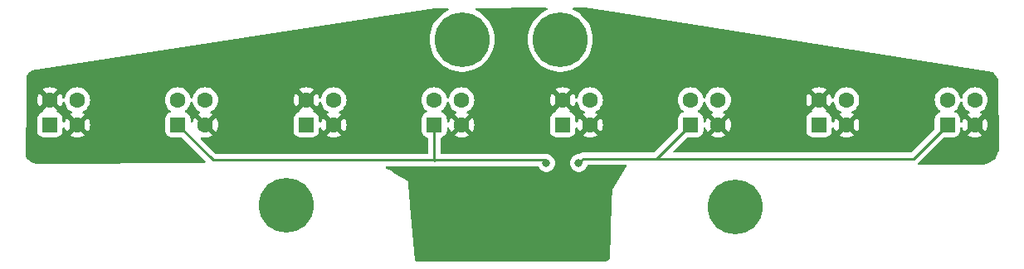
<source format=gbl>
G04 #@! TF.GenerationSoftware,KiCad,Pcbnew,7.0.5*
G04 #@! TF.CreationDate,2023-08-03T16:32:48+02:00*
G04 #@! TF.ProjectId,Sensores,53656e73-6f72-4657-932e-6b696361645f,rev?*
G04 #@! TF.SameCoordinates,Original*
G04 #@! TF.FileFunction,Copper,L2,Bot*
G04 #@! TF.FilePolarity,Positive*
%FSLAX46Y46*%
G04 Gerber Fmt 4.6, Leading zero omitted, Abs format (unit mm)*
G04 Created by KiCad (PCBNEW 7.0.5) date 2023-08-03 16:32:48*
%MOMM*%
%LPD*%
G01*
G04 APERTURE LIST*
G04 Aperture macros list*
%AMRoundRect*
0 Rectangle with rounded corners*
0 $1 Rounding radius*
0 $2 $3 $4 $5 $6 $7 $8 $9 X,Y pos of 4 corners*
0 Add a 4 corners polygon primitive as box body*
4,1,4,$2,$3,$4,$5,$6,$7,$8,$9,$2,$3,0*
0 Add four circle primitives for the rounded corners*
1,1,$1+$1,$2,$3*
1,1,$1+$1,$4,$5*
1,1,$1+$1,$6,$7*
1,1,$1+$1,$8,$9*
0 Add four rect primitives between the rounded corners*
20,1,$1+$1,$2,$3,$4,$5,0*
20,1,$1+$1,$4,$5,$6,$7,0*
20,1,$1+$1,$6,$7,$8,$9,0*
20,1,$1+$1,$8,$9,$2,$3,0*%
G04 Aperture macros list end*
G04 #@! TA.AperFunction,ComponentPad*
%ADD10C,5.600000*%
G04 #@! TD*
G04 #@! TA.AperFunction,ComponentPad*
%ADD11RoundRect,0.249600X-0.550400X-0.550400X0.550400X-0.550400X0.550400X0.550400X-0.550400X0.550400X0*%
G04 #@! TD*
G04 #@! TA.AperFunction,ComponentPad*
%ADD12C,1.600000*%
G04 #@! TD*
G04 #@! TA.AperFunction,ViaPad*
%ADD13C,0.800000*%
G04 #@! TD*
G04 #@! TA.AperFunction,Conductor*
%ADD14C,0.250000*%
G04 #@! TD*
G04 APERTURE END LIST*
D10*
X186182000Y-113030000D03*
X158292800Y-95859600D03*
X140360400Y-112826800D03*
X168300400Y-95859600D03*
D11*
X194704400Y-104597200D03*
D12*
X194704400Y-102057200D03*
X197504400Y-102057200D03*
X197504400Y-104597200D03*
D11*
X142386400Y-104597200D03*
D12*
X142386400Y-102057200D03*
X145186400Y-102057200D03*
X145186400Y-104597200D03*
D11*
X155436000Y-104597200D03*
D12*
X155436000Y-102057200D03*
X158236000Y-102057200D03*
X158236000Y-104597200D03*
D11*
X168548400Y-104597200D03*
D12*
X168548400Y-102057200D03*
X171348400Y-102057200D03*
X171348400Y-104597200D03*
D11*
X181604000Y-104597200D03*
D12*
X181604000Y-102057200D03*
X184404000Y-102057200D03*
X184404000Y-104597200D03*
D11*
X207810800Y-104597200D03*
D12*
X207810800Y-102057200D03*
X210610800Y-102057200D03*
X210610800Y-104597200D03*
D11*
X129280000Y-104597200D03*
D12*
X129280000Y-102057200D03*
X132080000Y-102057200D03*
X132080000Y-104597200D03*
D11*
X116224400Y-104597200D03*
D12*
X116224400Y-102057200D03*
X119024400Y-102057200D03*
X119024400Y-104597200D03*
D13*
X166878000Y-108508800D03*
X170180000Y-108508800D03*
X169418000Y-110345200D03*
D14*
X155448000Y-108229400D02*
X155422600Y-108204000D01*
X155422600Y-108204000D02*
X132886800Y-108204000D01*
X207810800Y-104597200D02*
X204356400Y-108051600D01*
X132886800Y-108204000D02*
X129280000Y-104597200D01*
X155473400Y-108204000D02*
X155448000Y-108229400D01*
X170637200Y-108051600D02*
X178149600Y-108051600D01*
X166573200Y-108204000D02*
X155473400Y-108204000D01*
X170180000Y-108508800D02*
X170637200Y-108051600D01*
X166878000Y-108508800D02*
X166573200Y-108204000D01*
X155448000Y-104609200D02*
X155448000Y-108229400D01*
X155436000Y-104597200D02*
X155448000Y-104609200D01*
X204356400Y-108051600D02*
X178149600Y-108051600D01*
X178149600Y-108051600D02*
X181604000Y-104597200D01*
G04 #@! TA.AperFunction,Conductor*
G36*
X117303425Y-102782672D02*
G01*
X117354536Y-102709678D01*
X117450664Y-102503531D01*
X117450669Y-102503517D01*
X117504366Y-102303116D01*
X117540731Y-102243455D01*
X117603578Y-102212926D01*
X117672953Y-102221221D01*
X117726831Y-102265706D01*
X117743916Y-102303116D01*
X117797658Y-102503688D01*
X117797661Y-102503697D01*
X117893831Y-102709932D01*
X117893832Y-102709934D01*
X118024354Y-102896341D01*
X118185258Y-103057245D01*
X118185261Y-103057247D01*
X118371666Y-103187768D01*
X118430265Y-103215093D01*
X118482705Y-103261265D01*
X118501857Y-103328458D01*
X118481642Y-103395339D01*
X118430267Y-103439857D01*
X118371911Y-103467069D01*
X118298927Y-103518172D01*
X118298926Y-103518173D01*
X118980000Y-104199246D01*
X118899252Y-104212035D01*
X118786355Y-104269559D01*
X118696759Y-104359155D01*
X118639235Y-104472052D01*
X118626446Y-104552799D01*
X117945373Y-103871726D01*
X117945372Y-103871727D01*
X117894268Y-103944713D01*
X117798134Y-104150873D01*
X117798131Y-104150880D01*
X117768674Y-104260816D01*
X117732309Y-104320476D01*
X117669462Y-104351005D01*
X117600086Y-104342710D01*
X117546208Y-104298225D01*
X117524934Y-104231673D01*
X117524899Y-104228722D01*
X117524899Y-103996828D01*
X117524898Y-103996812D01*
X117519576Y-103944713D01*
X117514404Y-103894084D01*
X117459249Y-103727636D01*
X117459245Y-103727630D01*
X117459244Y-103727627D01*
X117367197Y-103578397D01*
X117367194Y-103578393D01*
X117243206Y-103454405D01*
X117243202Y-103454402D01*
X117093972Y-103362355D01*
X117093966Y-103362352D01*
X117093964Y-103362351D01*
X117011324Y-103334967D01*
X116953879Y-103295194D01*
X116927056Y-103230678D01*
X116939371Y-103161902D01*
X116948558Y-103151242D01*
X116949872Y-103136225D01*
X116268801Y-102455153D01*
X116349548Y-102442365D01*
X116462445Y-102384841D01*
X116552041Y-102295245D01*
X116609565Y-102182348D01*
X116622353Y-102101600D01*
X117303425Y-102782672D01*
G37*
G04 #@! TD.AperFunction*
G04 #@! TA.AperFunction,Conductor*
G36*
X143465425Y-102782672D02*
G01*
X143516536Y-102709678D01*
X143612664Y-102503531D01*
X143612669Y-102503517D01*
X143666366Y-102303116D01*
X143702731Y-102243455D01*
X143765578Y-102212926D01*
X143834953Y-102221221D01*
X143888831Y-102265706D01*
X143905916Y-102303116D01*
X143959658Y-102503688D01*
X143959661Y-102503697D01*
X144055831Y-102709932D01*
X144055832Y-102709934D01*
X144186354Y-102896341D01*
X144347258Y-103057245D01*
X144347261Y-103057247D01*
X144533666Y-103187768D01*
X144592265Y-103215093D01*
X144644705Y-103261265D01*
X144663857Y-103328458D01*
X144643642Y-103395339D01*
X144592267Y-103439857D01*
X144533911Y-103467069D01*
X144460927Y-103518172D01*
X144460926Y-103518173D01*
X145142000Y-104199246D01*
X145061252Y-104212035D01*
X144948355Y-104269559D01*
X144858759Y-104359155D01*
X144801235Y-104472052D01*
X144788446Y-104552799D01*
X144107373Y-103871726D01*
X144107372Y-103871727D01*
X144056268Y-103944713D01*
X143960134Y-104150873D01*
X143960131Y-104150880D01*
X143930674Y-104260816D01*
X143894309Y-104320476D01*
X143831462Y-104351005D01*
X143762086Y-104342710D01*
X143708208Y-104298225D01*
X143686934Y-104231673D01*
X143686899Y-104228722D01*
X143686899Y-103996828D01*
X143686898Y-103996812D01*
X143681576Y-103944713D01*
X143676404Y-103894084D01*
X143621249Y-103727636D01*
X143621245Y-103727630D01*
X143621244Y-103727627D01*
X143529197Y-103578397D01*
X143529194Y-103578393D01*
X143405206Y-103454405D01*
X143405202Y-103454402D01*
X143255972Y-103362355D01*
X143255966Y-103362352D01*
X143255964Y-103362351D01*
X143173324Y-103334967D01*
X143115879Y-103295194D01*
X143089056Y-103230678D01*
X143101371Y-103161902D01*
X143110558Y-103151242D01*
X143111872Y-103136225D01*
X142430801Y-102455153D01*
X142511548Y-102442365D01*
X142624445Y-102384841D01*
X142714041Y-102295245D01*
X142771565Y-102182348D01*
X142784353Y-102101600D01*
X143465425Y-102782672D01*
G37*
G04 #@! TD.AperFunction*
G04 #@! TA.AperFunction,Conductor*
G36*
X169627425Y-102782672D02*
G01*
X169678536Y-102709678D01*
X169774664Y-102503531D01*
X169774669Y-102503517D01*
X169828366Y-102303116D01*
X169864731Y-102243455D01*
X169927578Y-102212926D01*
X169996953Y-102221221D01*
X170050831Y-102265706D01*
X170067916Y-102303116D01*
X170121658Y-102503688D01*
X170121661Y-102503697D01*
X170217831Y-102709932D01*
X170217832Y-102709934D01*
X170348354Y-102896341D01*
X170509258Y-103057245D01*
X170509261Y-103057247D01*
X170695666Y-103187768D01*
X170754265Y-103215093D01*
X170806705Y-103261265D01*
X170825857Y-103328458D01*
X170805642Y-103395339D01*
X170754267Y-103439857D01*
X170695911Y-103467069D01*
X170622927Y-103518172D01*
X170622926Y-103518173D01*
X171304000Y-104199246D01*
X171223252Y-104212035D01*
X171110355Y-104269559D01*
X171020759Y-104359155D01*
X170963235Y-104472052D01*
X170950446Y-104552799D01*
X170269373Y-103871726D01*
X170269372Y-103871727D01*
X170218268Y-103944713D01*
X170122134Y-104150873D01*
X170122131Y-104150880D01*
X170092674Y-104260816D01*
X170056309Y-104320476D01*
X169993462Y-104351005D01*
X169924086Y-104342710D01*
X169870208Y-104298225D01*
X169848934Y-104231673D01*
X169848899Y-104228722D01*
X169848899Y-103996828D01*
X169848898Y-103996812D01*
X169843576Y-103944713D01*
X169838404Y-103894084D01*
X169783249Y-103727636D01*
X169783245Y-103727630D01*
X169783244Y-103727627D01*
X169691197Y-103578397D01*
X169691194Y-103578393D01*
X169567206Y-103454405D01*
X169567202Y-103454402D01*
X169417972Y-103362355D01*
X169417966Y-103362352D01*
X169417964Y-103362351D01*
X169335324Y-103334967D01*
X169277879Y-103295194D01*
X169251056Y-103230678D01*
X169263371Y-103161902D01*
X169272558Y-103151242D01*
X169273872Y-103136225D01*
X168592801Y-102455153D01*
X168673548Y-102442365D01*
X168786445Y-102384841D01*
X168876041Y-102295245D01*
X168933565Y-102182348D01*
X168946353Y-102101599D01*
X169627425Y-102782672D01*
G37*
G04 #@! TD.AperFunction*
G04 #@! TA.AperFunction,Conductor*
G36*
X195783425Y-102782672D02*
G01*
X195834536Y-102709678D01*
X195930664Y-102503531D01*
X195930669Y-102503517D01*
X195984366Y-102303116D01*
X196020731Y-102243455D01*
X196083578Y-102212926D01*
X196152953Y-102221221D01*
X196206831Y-102265706D01*
X196223916Y-102303116D01*
X196277658Y-102503688D01*
X196277661Y-102503697D01*
X196373831Y-102709932D01*
X196373832Y-102709934D01*
X196504354Y-102896341D01*
X196665258Y-103057245D01*
X196665261Y-103057247D01*
X196851666Y-103187768D01*
X196910265Y-103215093D01*
X196962705Y-103261265D01*
X196981857Y-103328458D01*
X196961642Y-103395339D01*
X196910267Y-103439857D01*
X196851911Y-103467069D01*
X196778927Y-103518172D01*
X196778926Y-103518173D01*
X197460000Y-104199246D01*
X197379252Y-104212035D01*
X197266355Y-104269559D01*
X197176759Y-104359155D01*
X197119235Y-104472052D01*
X197106446Y-104552799D01*
X196425373Y-103871726D01*
X196425372Y-103871727D01*
X196374268Y-103944713D01*
X196278134Y-104150873D01*
X196278131Y-104150880D01*
X196248674Y-104260816D01*
X196212309Y-104320476D01*
X196149462Y-104351005D01*
X196080086Y-104342710D01*
X196026208Y-104298225D01*
X196004934Y-104231673D01*
X196004899Y-104228722D01*
X196004899Y-103996828D01*
X196004898Y-103996812D01*
X195999576Y-103944713D01*
X195994404Y-103894084D01*
X195939249Y-103727636D01*
X195939245Y-103727630D01*
X195939244Y-103727627D01*
X195847197Y-103578397D01*
X195847194Y-103578393D01*
X195723206Y-103454405D01*
X195723202Y-103454402D01*
X195573972Y-103362355D01*
X195573966Y-103362352D01*
X195573964Y-103362351D01*
X195491324Y-103334967D01*
X195433879Y-103295194D01*
X195407056Y-103230678D01*
X195419371Y-103161902D01*
X195428558Y-103151242D01*
X195429872Y-103136225D01*
X194748801Y-102455153D01*
X194829548Y-102442365D01*
X194942445Y-102384841D01*
X195032041Y-102295245D01*
X195089565Y-102182348D01*
X195102353Y-102101600D01*
X195783425Y-102782672D01*
G37*
G04 #@! TD.AperFunction*
G04 #@! TA.AperFunction,Conductor*
G36*
X170850221Y-92609952D02*
G01*
X174101971Y-93123799D01*
X212368088Y-99170675D01*
X212431232Y-99200582D01*
X212431607Y-99200917D01*
X212567604Y-99323109D01*
X212573200Y-99328831D01*
X212719192Y-99498764D01*
X212724005Y-99505159D01*
X212846921Y-99692474D01*
X212850866Y-99699426D01*
X212948656Y-99901005D01*
X212951680Y-99908423D01*
X212954654Y-99917321D01*
X212961040Y-99955290D01*
X213039286Y-107232082D01*
X213036911Y-107257603D01*
X213022986Y-107327618D01*
X213020885Y-107335461D01*
X212947841Y-107550654D01*
X212944735Y-107558155D01*
X212844226Y-107761977D01*
X212840167Y-107769008D01*
X212713917Y-107957960D01*
X212708975Y-107964401D01*
X212559136Y-108135264D01*
X212553395Y-108141005D01*
X212382543Y-108290842D01*
X212376102Y-108295784D01*
X212187143Y-108422045D01*
X212180112Y-108426104D01*
X211976294Y-108526618D01*
X211968793Y-108529725D01*
X211753603Y-108602774D01*
X211745761Y-108604875D01*
X211522881Y-108649210D01*
X211514832Y-108650270D01*
X211286796Y-108665216D01*
X211282740Y-108665349D01*
X204926602Y-108665349D01*
X204859563Y-108645664D01*
X204813808Y-108592860D01*
X204803864Y-108523702D01*
X204832889Y-108460146D01*
X204838921Y-108453668D01*
X207358571Y-105934018D01*
X207419894Y-105900533D01*
X207446252Y-105897699D01*
X208411172Y-105897699D01*
X208411178Y-105897699D01*
X208513916Y-105887204D01*
X208680364Y-105832049D01*
X208829606Y-105739995D01*
X208953595Y-105616006D01*
X209045649Y-105466764D01*
X209100804Y-105300316D01*
X209111300Y-105197579D01*
X209111299Y-104965677D01*
X209130983Y-104898640D01*
X209183787Y-104852885D01*
X209252946Y-104842941D01*
X209316501Y-104871966D01*
X209354276Y-104930744D01*
X209355074Y-104933585D01*
X209384531Y-105043519D01*
X209384534Y-105043526D01*
X209480665Y-105249681D01*
X209480666Y-105249683D01*
X209531773Y-105322671D01*
X209531774Y-105322672D01*
X210212846Y-104641599D01*
X210225635Y-104722348D01*
X210283159Y-104835245D01*
X210372755Y-104924841D01*
X210485652Y-104982365D01*
X210566399Y-104995153D01*
X209885326Y-105676225D01*
X209885326Y-105676226D01*
X209958312Y-105727331D01*
X209958316Y-105727333D01*
X210164473Y-105823465D01*
X210164482Y-105823469D01*
X210384189Y-105882339D01*
X210384200Y-105882341D01*
X210610798Y-105902166D01*
X210610802Y-105902166D01*
X210837399Y-105882341D01*
X210837410Y-105882339D01*
X211057117Y-105823469D01*
X211057131Y-105823464D01*
X211263278Y-105727336D01*
X211336272Y-105676225D01*
X210655201Y-104995153D01*
X210735948Y-104982365D01*
X210848845Y-104924841D01*
X210938441Y-104835245D01*
X210995965Y-104722348D01*
X211008753Y-104641600D01*
X211689825Y-105322672D01*
X211740936Y-105249678D01*
X211837064Y-105043531D01*
X211837069Y-105043517D01*
X211895939Y-104823810D01*
X211895941Y-104823799D01*
X211915766Y-104597202D01*
X211915766Y-104597197D01*
X211895941Y-104370600D01*
X211895939Y-104370589D01*
X211837069Y-104150882D01*
X211837065Y-104150873D01*
X211740933Y-103944716D01*
X211740931Y-103944712D01*
X211689826Y-103871726D01*
X211689825Y-103871726D01*
X211008753Y-104552798D01*
X210995965Y-104472052D01*
X210938441Y-104359155D01*
X210848845Y-104269559D01*
X210735948Y-104212035D01*
X210655200Y-104199246D01*
X211336272Y-103518174D01*
X211336271Y-103518173D01*
X211263283Y-103467066D01*
X211263281Y-103467065D01*
X211204933Y-103439857D01*
X211152494Y-103393684D01*
X211133342Y-103326491D01*
X211153558Y-103259610D01*
X211204929Y-103215095D01*
X211263534Y-103187768D01*
X211449939Y-103057247D01*
X211610847Y-102896339D01*
X211741368Y-102709934D01*
X211837539Y-102503696D01*
X211896435Y-102283892D01*
X211916268Y-102057200D01*
X211896435Y-101830508D01*
X211837539Y-101610704D01*
X211741368Y-101404466D01*
X211610847Y-101218061D01*
X211610845Y-101218058D01*
X211449941Y-101057154D01*
X211263534Y-100926632D01*
X211263532Y-100926631D01*
X211057297Y-100830461D01*
X211057288Y-100830458D01*
X210837497Y-100771566D01*
X210837493Y-100771565D01*
X210837492Y-100771565D01*
X210837491Y-100771564D01*
X210837486Y-100771564D01*
X210610802Y-100751732D01*
X210610798Y-100751732D01*
X210384113Y-100771564D01*
X210384102Y-100771566D01*
X210164311Y-100830458D01*
X210164302Y-100830461D01*
X209958067Y-100926631D01*
X209958065Y-100926632D01*
X209771658Y-101057154D01*
X209610754Y-101218058D01*
X209480232Y-101404465D01*
X209480231Y-101404467D01*
X209384061Y-101610702D01*
X209384059Y-101610709D01*
X209330574Y-101810318D01*
X209294209Y-101869978D01*
X209231362Y-101900507D01*
X209161986Y-101892212D01*
X209108108Y-101847727D01*
X209091026Y-101810321D01*
X209037539Y-101610704D01*
X208941368Y-101404466D01*
X208810847Y-101218061D01*
X208810845Y-101218058D01*
X208649941Y-101057154D01*
X208463534Y-100926632D01*
X208463532Y-100926631D01*
X208257297Y-100830461D01*
X208257288Y-100830458D01*
X208037497Y-100771566D01*
X208037493Y-100771565D01*
X208037492Y-100771565D01*
X208037491Y-100771564D01*
X208037486Y-100771564D01*
X207810802Y-100751732D01*
X207810798Y-100751732D01*
X207584113Y-100771564D01*
X207584102Y-100771566D01*
X207364311Y-100830458D01*
X207364302Y-100830461D01*
X207158067Y-100926631D01*
X207158065Y-100926632D01*
X206971658Y-101057154D01*
X206810754Y-101218058D01*
X206680232Y-101404465D01*
X206680231Y-101404467D01*
X206584061Y-101610702D01*
X206584058Y-101610711D01*
X206525166Y-101830502D01*
X206525164Y-101830513D01*
X206505332Y-102057198D01*
X206505332Y-102057201D01*
X206525164Y-102283886D01*
X206525166Y-102283897D01*
X206584058Y-102503688D01*
X206584061Y-102503697D01*
X206680231Y-102709932D01*
X206680232Y-102709934D01*
X206810754Y-102896341D01*
X206971657Y-103057244D01*
X206971660Y-103057246D01*
X206971661Y-103057247D01*
X207055402Y-103115882D01*
X207099027Y-103170458D01*
X207106221Y-103239956D01*
X207074699Y-103302311D01*
X207023284Y-103335163D01*
X206941236Y-103362351D01*
X206941227Y-103362355D01*
X206791997Y-103454402D01*
X206791993Y-103454405D01*
X206668005Y-103578393D01*
X206668002Y-103578397D01*
X206575955Y-103727627D01*
X206575950Y-103727638D01*
X206520795Y-103894087D01*
X206510300Y-103996813D01*
X206510300Y-104961746D01*
X206490615Y-105028785D01*
X206473981Y-105049427D01*
X204133628Y-107389781D01*
X204072305Y-107423266D01*
X204045947Y-107426100D01*
X179959052Y-107426100D01*
X179892013Y-107406415D01*
X179846258Y-107353611D01*
X179836314Y-107284453D01*
X179865339Y-107220897D01*
X179871371Y-107214419D01*
X181151771Y-105934018D01*
X181213094Y-105900533D01*
X181239452Y-105897699D01*
X182204372Y-105897699D01*
X182204378Y-105897699D01*
X182307116Y-105887204D01*
X182473564Y-105832049D01*
X182622806Y-105739995D01*
X182746795Y-105616006D01*
X182838849Y-105466764D01*
X182894004Y-105300316D01*
X182904500Y-105197579D01*
X182904499Y-104965677D01*
X182924183Y-104898640D01*
X182976987Y-104852885D01*
X183046146Y-104842941D01*
X183109701Y-104871966D01*
X183147476Y-104930744D01*
X183148274Y-104933585D01*
X183177731Y-105043519D01*
X183177734Y-105043526D01*
X183273865Y-105249681D01*
X183273866Y-105249683D01*
X183324973Y-105322671D01*
X183324974Y-105322672D01*
X184006046Y-104641599D01*
X184018835Y-104722348D01*
X184076359Y-104835245D01*
X184165955Y-104924841D01*
X184278852Y-104982365D01*
X184359599Y-104995153D01*
X183678526Y-105676225D01*
X183678526Y-105676226D01*
X183751512Y-105727331D01*
X183751516Y-105727333D01*
X183957673Y-105823465D01*
X183957682Y-105823469D01*
X184177389Y-105882339D01*
X184177400Y-105882341D01*
X184403998Y-105902166D01*
X184404002Y-105902166D01*
X184630599Y-105882341D01*
X184630610Y-105882339D01*
X184850317Y-105823469D01*
X184850331Y-105823464D01*
X185056478Y-105727336D01*
X185129472Y-105676225D01*
X184448401Y-104995153D01*
X184529148Y-104982365D01*
X184642045Y-104924841D01*
X184731641Y-104835245D01*
X184789165Y-104722348D01*
X184801953Y-104641600D01*
X185483025Y-105322672D01*
X185534136Y-105249678D01*
X185630264Y-105043531D01*
X185630269Y-105043517D01*
X185689139Y-104823810D01*
X185689141Y-104823799D01*
X185708966Y-104597202D01*
X185708966Y-104597197D01*
X185689141Y-104370600D01*
X185689139Y-104370589D01*
X185630269Y-104150882D01*
X185630265Y-104150873D01*
X185534133Y-103944716D01*
X185534131Y-103944712D01*
X185483026Y-103871726D01*
X185483025Y-103871726D01*
X184801953Y-104552798D01*
X184789165Y-104472052D01*
X184731641Y-104359155D01*
X184642045Y-104269559D01*
X184529148Y-104212035D01*
X184448400Y-104199246D01*
X185129472Y-103518174D01*
X185129471Y-103518173D01*
X185056483Y-103467066D01*
X185056481Y-103467065D01*
X184998133Y-103439857D01*
X184945694Y-103393684D01*
X184926542Y-103326491D01*
X184946758Y-103259610D01*
X184998129Y-103215095D01*
X185056734Y-103187768D01*
X185243139Y-103057247D01*
X185404047Y-102896339D01*
X185534568Y-102709934D01*
X185630739Y-102503696D01*
X185689635Y-102283892D01*
X185709468Y-102057202D01*
X193399434Y-102057202D01*
X193419258Y-102283799D01*
X193419260Y-102283810D01*
X193478130Y-102503517D01*
X193478134Y-102503526D01*
X193574265Y-102709681D01*
X193574266Y-102709683D01*
X193625373Y-102782671D01*
X193625374Y-102782672D01*
X194306446Y-102101599D01*
X194319235Y-102182348D01*
X194376759Y-102295245D01*
X194466355Y-102384841D01*
X194579252Y-102442365D01*
X194659999Y-102455153D01*
X193978926Y-103136225D01*
X193980513Y-103154369D01*
X193993217Y-103170261D01*
X194000411Y-103239759D01*
X193968889Y-103302115D01*
X193917474Y-103334966D01*
X193834844Y-103362347D01*
X193834827Y-103362355D01*
X193685597Y-103454402D01*
X193685593Y-103454405D01*
X193561605Y-103578393D01*
X193561602Y-103578397D01*
X193469555Y-103727627D01*
X193469550Y-103727638D01*
X193414395Y-103894087D01*
X193403900Y-103996813D01*
X193403900Y-105197571D01*
X193403901Y-105197587D01*
X193414396Y-105300317D01*
X193469550Y-105466761D01*
X193469555Y-105466772D01*
X193561602Y-105616002D01*
X193561605Y-105616006D01*
X193685593Y-105739994D01*
X193685597Y-105739997D01*
X193834827Y-105832044D01*
X193834830Y-105832045D01*
X193834836Y-105832049D01*
X194001284Y-105887204D01*
X194104021Y-105897700D01*
X195304778Y-105897699D01*
X195407516Y-105887204D01*
X195573964Y-105832049D01*
X195723206Y-105739995D01*
X195847195Y-105616006D01*
X195939249Y-105466764D01*
X195994404Y-105300316D01*
X196004900Y-105197579D01*
X196004899Y-104965677D01*
X196024583Y-104898640D01*
X196077387Y-104852885D01*
X196146546Y-104842941D01*
X196210101Y-104871966D01*
X196247876Y-104930744D01*
X196248674Y-104933585D01*
X196278131Y-105043519D01*
X196278134Y-105043526D01*
X196374265Y-105249681D01*
X196374266Y-105249683D01*
X196425373Y-105322671D01*
X196425374Y-105322672D01*
X197106446Y-104641599D01*
X197119235Y-104722348D01*
X197176759Y-104835245D01*
X197266355Y-104924841D01*
X197379252Y-104982365D01*
X197459999Y-104995153D01*
X196778926Y-105676225D01*
X196778926Y-105676226D01*
X196851912Y-105727331D01*
X196851916Y-105727333D01*
X197058073Y-105823465D01*
X197058082Y-105823469D01*
X197277789Y-105882339D01*
X197277800Y-105882341D01*
X197504398Y-105902166D01*
X197504402Y-105902166D01*
X197730999Y-105882341D01*
X197731010Y-105882339D01*
X197950717Y-105823469D01*
X197950731Y-105823464D01*
X198156878Y-105727336D01*
X198229872Y-105676225D01*
X197548801Y-104995153D01*
X197629548Y-104982365D01*
X197742445Y-104924841D01*
X197832041Y-104835245D01*
X197889565Y-104722348D01*
X197902353Y-104641599D01*
X198583425Y-105322672D01*
X198634536Y-105249678D01*
X198730664Y-105043531D01*
X198730669Y-105043517D01*
X198789539Y-104823810D01*
X198789541Y-104823799D01*
X198809366Y-104597202D01*
X198809366Y-104597197D01*
X198789541Y-104370600D01*
X198789539Y-104370589D01*
X198730669Y-104150882D01*
X198730665Y-104150873D01*
X198634533Y-103944716D01*
X198634531Y-103944712D01*
X198583426Y-103871726D01*
X198583425Y-103871726D01*
X197902353Y-104552797D01*
X197889565Y-104472052D01*
X197832041Y-104359155D01*
X197742445Y-104269559D01*
X197629548Y-104212035D01*
X197548800Y-104199246D01*
X198229872Y-103518174D01*
X198229871Y-103518173D01*
X198156883Y-103467066D01*
X198156881Y-103467065D01*
X198098533Y-103439857D01*
X198046094Y-103393684D01*
X198026942Y-103326491D01*
X198047158Y-103259610D01*
X198098529Y-103215095D01*
X198157134Y-103187768D01*
X198343539Y-103057247D01*
X198504447Y-102896339D01*
X198634968Y-102709934D01*
X198731139Y-102503696D01*
X198790035Y-102283892D01*
X198809868Y-102057200D01*
X198790035Y-101830508D01*
X198731139Y-101610704D01*
X198634968Y-101404466D01*
X198504447Y-101218061D01*
X198504445Y-101218058D01*
X198343541Y-101057154D01*
X198157134Y-100926632D01*
X198157132Y-100926631D01*
X197950897Y-100830461D01*
X197950888Y-100830458D01*
X197731097Y-100771566D01*
X197731093Y-100771565D01*
X197731092Y-100771565D01*
X197731091Y-100771564D01*
X197731086Y-100771564D01*
X197504402Y-100751732D01*
X197504398Y-100751732D01*
X197277713Y-100771564D01*
X197277702Y-100771566D01*
X197057911Y-100830458D01*
X197057902Y-100830461D01*
X196851667Y-100926631D01*
X196851665Y-100926632D01*
X196665258Y-101057154D01*
X196504354Y-101218058D01*
X196373832Y-101404465D01*
X196373831Y-101404467D01*
X196277661Y-101610702D01*
X196277658Y-101610711D01*
X196223916Y-101811283D01*
X196187551Y-101870944D01*
X196124704Y-101901473D01*
X196055329Y-101893178D01*
X196001451Y-101848693D01*
X195984366Y-101811283D01*
X195930669Y-101610882D01*
X195930665Y-101610873D01*
X195834533Y-101404716D01*
X195834531Y-101404712D01*
X195783426Y-101331726D01*
X195783425Y-101331726D01*
X195102353Y-102012798D01*
X195089565Y-101932052D01*
X195032041Y-101819155D01*
X194942445Y-101729559D01*
X194829548Y-101672035D01*
X194748800Y-101659246D01*
X195429872Y-100978174D01*
X195429871Y-100978173D01*
X195356883Y-100927066D01*
X195356881Y-100927065D01*
X195150726Y-100830934D01*
X195150717Y-100830930D01*
X194931010Y-100772060D01*
X194930999Y-100772058D01*
X194704402Y-100752234D01*
X194704398Y-100752234D01*
X194477800Y-100772058D01*
X194477789Y-100772060D01*
X194258082Y-100830930D01*
X194258073Y-100830934D01*
X194051913Y-100927068D01*
X193978927Y-100978172D01*
X193978926Y-100978173D01*
X194660000Y-101659246D01*
X194579252Y-101672035D01*
X194466355Y-101729559D01*
X194376759Y-101819155D01*
X194319235Y-101932052D01*
X194306446Y-102012799D01*
X193625373Y-101331726D01*
X193625372Y-101331727D01*
X193574268Y-101404713D01*
X193478134Y-101610873D01*
X193478130Y-101610882D01*
X193419260Y-101830589D01*
X193419258Y-101830600D01*
X193399434Y-102057197D01*
X193399434Y-102057202D01*
X185709468Y-102057202D01*
X185709468Y-102057200D01*
X185689635Y-101830508D01*
X185630739Y-101610704D01*
X185534568Y-101404466D01*
X185404047Y-101218061D01*
X185404045Y-101218058D01*
X185243141Y-101057154D01*
X185056734Y-100926632D01*
X185056732Y-100926631D01*
X184850497Y-100830461D01*
X184850488Y-100830458D01*
X184630697Y-100771566D01*
X184630693Y-100771565D01*
X184630692Y-100771565D01*
X184630691Y-100771564D01*
X184630686Y-100771564D01*
X184404002Y-100751732D01*
X184403998Y-100751732D01*
X184177313Y-100771564D01*
X184177302Y-100771566D01*
X183957511Y-100830458D01*
X183957502Y-100830461D01*
X183751267Y-100926631D01*
X183751265Y-100926632D01*
X183564858Y-101057154D01*
X183403954Y-101218058D01*
X183273432Y-101404465D01*
X183273431Y-101404467D01*
X183177261Y-101610702D01*
X183177258Y-101610711D01*
X183123775Y-101810317D01*
X183087410Y-101869978D01*
X183024563Y-101900507D01*
X182955188Y-101892212D01*
X182901310Y-101847727D01*
X182884225Y-101810317D01*
X182830741Y-101610711D01*
X182830738Y-101610702D01*
X182734568Y-101404466D01*
X182604047Y-101218061D01*
X182604045Y-101218058D01*
X182443141Y-101057154D01*
X182256734Y-100926632D01*
X182256732Y-100926631D01*
X182050497Y-100830461D01*
X182050488Y-100830458D01*
X181830697Y-100771566D01*
X181830693Y-100771565D01*
X181830692Y-100771565D01*
X181830691Y-100771564D01*
X181830686Y-100771564D01*
X181604002Y-100751732D01*
X181603998Y-100751732D01*
X181377313Y-100771564D01*
X181377302Y-100771566D01*
X181157511Y-100830458D01*
X181157502Y-100830461D01*
X180951267Y-100926631D01*
X180951265Y-100926632D01*
X180764858Y-101057154D01*
X180603954Y-101218058D01*
X180473432Y-101404465D01*
X180473431Y-101404467D01*
X180377261Y-101610702D01*
X180377258Y-101610711D01*
X180318366Y-101830502D01*
X180318364Y-101830513D01*
X180298532Y-102057198D01*
X180298532Y-102057201D01*
X180318364Y-102283886D01*
X180318366Y-102283897D01*
X180377258Y-102503688D01*
X180377261Y-102503697D01*
X180473431Y-102709932D01*
X180473432Y-102709934D01*
X180603954Y-102896341D01*
X180764857Y-103057244D01*
X180764860Y-103057246D01*
X180764861Y-103057247D01*
X180848602Y-103115882D01*
X180892227Y-103170458D01*
X180899421Y-103239956D01*
X180867899Y-103302311D01*
X180816484Y-103335163D01*
X180734436Y-103362351D01*
X180734427Y-103362355D01*
X180585197Y-103454402D01*
X180585193Y-103454405D01*
X180461205Y-103578393D01*
X180461202Y-103578397D01*
X180369155Y-103727627D01*
X180369150Y-103727638D01*
X180313995Y-103894087D01*
X180303500Y-103996813D01*
X180303500Y-104961746D01*
X180283815Y-105028785D01*
X180267181Y-105049427D01*
X177926828Y-107389781D01*
X177865505Y-107423266D01*
X177839147Y-107426100D01*
X170719937Y-107426100D01*
X170704320Y-107424376D01*
X170704293Y-107424662D01*
X170696531Y-107423927D01*
X170628371Y-107426069D01*
X170626424Y-107426100D01*
X170597850Y-107426100D01*
X170597129Y-107426190D01*
X170590957Y-107426969D01*
X170585145Y-107427426D01*
X170538572Y-107428890D01*
X170538569Y-107428891D01*
X170519326Y-107434481D01*
X170500283Y-107438425D01*
X170480404Y-107440936D01*
X170480403Y-107440937D01*
X170437078Y-107458090D01*
X170431552Y-107459982D01*
X170386808Y-107472983D01*
X170386804Y-107472985D01*
X170369565Y-107483180D01*
X170352098Y-107491737D01*
X170333469Y-107499112D01*
X170333467Y-107499113D01*
X170295764Y-107526506D01*
X170290882Y-107529712D01*
X170250780Y-107553428D01*
X170236609Y-107567599D01*
X170221835Y-107580219D01*
X170219656Y-107581802D01*
X170215796Y-107584606D01*
X170149996Y-107608097D01*
X170142896Y-107608300D01*
X170085354Y-107608300D01*
X170077474Y-107609975D01*
X169900197Y-107647655D01*
X169900192Y-107647657D01*
X169727270Y-107724648D01*
X169727265Y-107724651D01*
X169574129Y-107835911D01*
X169447466Y-107976585D01*
X169352821Y-108140515D01*
X169352818Y-108140522D01*
X169302371Y-108295784D01*
X169294326Y-108320544D01*
X169274540Y-108508800D01*
X169294326Y-108697056D01*
X169294327Y-108697059D01*
X169352818Y-108877077D01*
X169352821Y-108877084D01*
X169447467Y-109041016D01*
X169540686Y-109144546D01*
X169574129Y-109181688D01*
X169727265Y-109292948D01*
X169727270Y-109292951D01*
X169900192Y-109369942D01*
X169900197Y-109369944D01*
X170085354Y-109409300D01*
X170085355Y-109409300D01*
X170274644Y-109409300D01*
X170274646Y-109409300D01*
X170459803Y-109369944D01*
X170632730Y-109292951D01*
X170785871Y-109181688D01*
X170912533Y-109041016D01*
X171007179Y-108877084D01*
X171044318Y-108762781D01*
X171083755Y-108705107D01*
X171148114Y-108677908D01*
X171162249Y-108677100D01*
X174958454Y-108677100D01*
X175025493Y-108696785D01*
X175071248Y-108749589D01*
X175081192Y-108818747D01*
X175064208Y-108865847D01*
X173634400Y-111201200D01*
X173581581Y-112477630D01*
X173581385Y-112480615D01*
X173580391Y-112491676D01*
X173580659Y-112499903D01*
X173340960Y-118292642D01*
X173318521Y-118358810D01*
X173295732Y-118383367D01*
X173237592Y-118431083D01*
X173217383Y-118444587D01*
X173100700Y-118506961D01*
X173078246Y-118516263D01*
X172951641Y-118554677D01*
X172927804Y-118559421D01*
X172864346Y-118565677D01*
X172851933Y-118566901D01*
X172845849Y-118567200D01*
X153722149Y-118567200D01*
X153716068Y-118566901D01*
X153640182Y-118559427D01*
X153616338Y-118554684D01*
X153593340Y-118547707D01*
X153534902Y-118509408D01*
X153506447Y-118445595D01*
X153505869Y-118440511D01*
X152984764Y-112812570D01*
X152984500Y-112806851D01*
X152984500Y-112651028D01*
X152985076Y-112642589D01*
X152986527Y-112632003D01*
X152986530Y-112631997D01*
X152985367Y-112612643D01*
X152984612Y-112600052D01*
X152984500Y-112596335D01*
X152984500Y-112581618D01*
X152983720Y-112574694D01*
X152983857Y-112574678D01*
X152982546Y-112565511D01*
X152980157Y-112525521D01*
X152972167Y-112391781D01*
X152909775Y-111995133D01*
X152909769Y-111995110D01*
X152909216Y-111992440D01*
X152908189Y-111985566D01*
X152755600Y-110337600D01*
X152755599Y-110337599D01*
X151449341Y-109596736D01*
X151442572Y-109592290D01*
X151325242Y-109503728D01*
X151170453Y-109386891D01*
X151166403Y-109384405D01*
X150828250Y-109176827D01*
X150828246Y-109176825D01*
X150599214Y-109064910D01*
X150547623Y-109017792D01*
X150529696Y-108950261D01*
X150551125Y-108883759D01*
X150605106Y-108839399D01*
X150653654Y-108829500D01*
X155236084Y-108829500D01*
X155270683Y-108834425D01*
X155272101Y-108834836D01*
X155272104Y-108834838D01*
X155328838Y-108843822D01*
X155332633Y-108844546D01*
X155388667Y-108857073D01*
X155388670Y-108857072D01*
X155388671Y-108857073D01*
X155396437Y-108857808D01*
X155396410Y-108858092D01*
X155400602Y-108858422D01*
X155400620Y-108858137D01*
X155408410Y-108858626D01*
X155408412Y-108858627D01*
X155408413Y-108858626D01*
X155416195Y-108859116D01*
X155416176Y-108859404D01*
X155420384Y-108859602D01*
X155420394Y-108859315D01*
X155428189Y-108859558D01*
X155428196Y-108859560D01*
X155485358Y-108854155D01*
X155489224Y-108853912D01*
X155546627Y-108852109D01*
X155546633Y-108852107D01*
X155554336Y-108850888D01*
X155554381Y-108851173D01*
X155558527Y-108850449D01*
X155558473Y-108850166D01*
X155573808Y-108847241D01*
X155573861Y-108847523D01*
X155577979Y-108846670D01*
X155577917Y-108846389D01*
X155585524Y-108844687D01*
X155585533Y-108844687D01*
X155607358Y-108836829D01*
X155649357Y-108829500D01*
X165951757Y-108829500D01*
X166018796Y-108849185D01*
X166059144Y-108891500D01*
X166145467Y-109041016D01*
X166238686Y-109144546D01*
X166272129Y-109181688D01*
X166425265Y-109292948D01*
X166425270Y-109292951D01*
X166598192Y-109369942D01*
X166598197Y-109369944D01*
X166783354Y-109409300D01*
X166783355Y-109409300D01*
X166972644Y-109409300D01*
X166972646Y-109409300D01*
X167157803Y-109369944D01*
X167330730Y-109292951D01*
X167483871Y-109181688D01*
X167610533Y-109041016D01*
X167705179Y-108877084D01*
X167763674Y-108697056D01*
X167783460Y-108508800D01*
X167763674Y-108320544D01*
X167705179Y-108140516D01*
X167610533Y-107976584D01*
X167483871Y-107835912D01*
X167483870Y-107835911D01*
X167330734Y-107724651D01*
X167330729Y-107724648D01*
X167157807Y-107647657D01*
X167157802Y-107647655D01*
X166980526Y-107609975D01*
X166972646Y-107608300D01*
X166797279Y-107608300D01*
X166756825Y-107599922D01*
X166756588Y-107600738D01*
X166749097Y-107598561D01*
X166703074Y-107591272D01*
X166697352Y-107590087D01*
X166652221Y-107578500D01*
X166652219Y-107578500D01*
X166632184Y-107578500D01*
X166612786Y-107576973D01*
X166605362Y-107575797D01*
X166593005Y-107573840D01*
X166593004Y-107573840D01*
X166546616Y-107578225D01*
X166540778Y-107578500D01*
X156197500Y-107578500D01*
X156130461Y-107558815D01*
X156084706Y-107506011D01*
X156073500Y-107454500D01*
X156073500Y-105998488D01*
X156093185Y-105931449D01*
X156145989Y-105885694D01*
X156158496Y-105880782D01*
X156305564Y-105832049D01*
X156454806Y-105739995D01*
X156578795Y-105616006D01*
X156670849Y-105466764D01*
X156726004Y-105300316D01*
X156736500Y-105197579D01*
X156736499Y-104965677D01*
X156756183Y-104898640D01*
X156808987Y-104852885D01*
X156878146Y-104842941D01*
X156941701Y-104871966D01*
X156979476Y-104930744D01*
X156980274Y-104933585D01*
X157009731Y-105043519D01*
X157009734Y-105043526D01*
X157105865Y-105249681D01*
X157105866Y-105249683D01*
X157156973Y-105322671D01*
X157156973Y-105322672D01*
X157838045Y-104641599D01*
X157850835Y-104722348D01*
X157908359Y-104835245D01*
X157997955Y-104924841D01*
X158110852Y-104982365D01*
X158191599Y-104995153D01*
X157510526Y-105676225D01*
X157510526Y-105676226D01*
X157583512Y-105727331D01*
X157583516Y-105727333D01*
X157789673Y-105823465D01*
X157789682Y-105823469D01*
X158009389Y-105882339D01*
X158009400Y-105882341D01*
X158235998Y-105902166D01*
X158236002Y-105902166D01*
X158462599Y-105882341D01*
X158462610Y-105882339D01*
X158682317Y-105823469D01*
X158682331Y-105823464D01*
X158888478Y-105727336D01*
X158961472Y-105676225D01*
X158280401Y-104995153D01*
X158361148Y-104982365D01*
X158474045Y-104924841D01*
X158563641Y-104835245D01*
X158621165Y-104722348D01*
X158633953Y-104641600D01*
X159315025Y-105322672D01*
X159366136Y-105249678D01*
X159462264Y-105043531D01*
X159462269Y-105043517D01*
X159521139Y-104823810D01*
X159521141Y-104823799D01*
X159540966Y-104597202D01*
X159540966Y-104597197D01*
X159521141Y-104370600D01*
X159521139Y-104370589D01*
X159462269Y-104150882D01*
X159462265Y-104150873D01*
X159366133Y-103944716D01*
X159366131Y-103944712D01*
X159315026Y-103871726D01*
X159315025Y-103871726D01*
X158633953Y-104552798D01*
X158621165Y-104472052D01*
X158563641Y-104359155D01*
X158474045Y-104269559D01*
X158361148Y-104212035D01*
X158280400Y-104199246D01*
X158961472Y-103518174D01*
X158961471Y-103518173D01*
X158888483Y-103467066D01*
X158888481Y-103467065D01*
X158830133Y-103439857D01*
X158777694Y-103393684D01*
X158758542Y-103326491D01*
X158778758Y-103259610D01*
X158830129Y-103215095D01*
X158888734Y-103187768D01*
X159075139Y-103057247D01*
X159236047Y-102896339D01*
X159366568Y-102709934D01*
X159462739Y-102503696D01*
X159521635Y-102283892D01*
X159541468Y-102057202D01*
X167243434Y-102057202D01*
X167263258Y-102283799D01*
X167263260Y-102283810D01*
X167322130Y-102503517D01*
X167322134Y-102503526D01*
X167418265Y-102709681D01*
X167418266Y-102709683D01*
X167469373Y-102782671D01*
X167469374Y-102782672D01*
X168150446Y-102101599D01*
X168163235Y-102182348D01*
X168220759Y-102295245D01*
X168310355Y-102384841D01*
X168423252Y-102442365D01*
X168503999Y-102455153D01*
X167822926Y-103136225D01*
X167824513Y-103154369D01*
X167837217Y-103170261D01*
X167844411Y-103239759D01*
X167812889Y-103302115D01*
X167761474Y-103334966D01*
X167678844Y-103362347D01*
X167678827Y-103362355D01*
X167529597Y-103454402D01*
X167529593Y-103454405D01*
X167405605Y-103578393D01*
X167405602Y-103578397D01*
X167313555Y-103727627D01*
X167313550Y-103727638D01*
X167258395Y-103894087D01*
X167247900Y-103996813D01*
X167247900Y-105197571D01*
X167247901Y-105197587D01*
X167258396Y-105300317D01*
X167313550Y-105466761D01*
X167313555Y-105466772D01*
X167405602Y-105616002D01*
X167405605Y-105616006D01*
X167529593Y-105739994D01*
X167529597Y-105739997D01*
X167678827Y-105832044D01*
X167678830Y-105832045D01*
X167678836Y-105832049D01*
X167845284Y-105887204D01*
X167948021Y-105897700D01*
X169148778Y-105897699D01*
X169251516Y-105887204D01*
X169417964Y-105832049D01*
X169567206Y-105739995D01*
X169691195Y-105616006D01*
X169783249Y-105466764D01*
X169838404Y-105300316D01*
X169848900Y-105197579D01*
X169848899Y-104965677D01*
X169868583Y-104898640D01*
X169921387Y-104852885D01*
X169990546Y-104842941D01*
X170054101Y-104871966D01*
X170091876Y-104930744D01*
X170092674Y-104933585D01*
X170122131Y-105043519D01*
X170122134Y-105043526D01*
X170218265Y-105249681D01*
X170218266Y-105249683D01*
X170269373Y-105322671D01*
X170269374Y-105322672D01*
X170950446Y-104641599D01*
X170963235Y-104722348D01*
X171020759Y-104835245D01*
X171110355Y-104924841D01*
X171223252Y-104982365D01*
X171303999Y-104995153D01*
X170622926Y-105676225D01*
X170622926Y-105676226D01*
X170695912Y-105727331D01*
X170695916Y-105727333D01*
X170902073Y-105823465D01*
X170902082Y-105823469D01*
X171121789Y-105882339D01*
X171121800Y-105882341D01*
X171348398Y-105902166D01*
X171348402Y-105902166D01*
X171574999Y-105882341D01*
X171575010Y-105882339D01*
X171794717Y-105823469D01*
X171794731Y-105823464D01*
X172000878Y-105727336D01*
X172073872Y-105676225D01*
X171392801Y-104995153D01*
X171473548Y-104982365D01*
X171586445Y-104924841D01*
X171676041Y-104835245D01*
X171733565Y-104722348D01*
X171746353Y-104641600D01*
X172427425Y-105322672D01*
X172478536Y-105249678D01*
X172574664Y-105043531D01*
X172574669Y-105043517D01*
X172633539Y-104823810D01*
X172633541Y-104823799D01*
X172653366Y-104597202D01*
X172653366Y-104597197D01*
X172633541Y-104370600D01*
X172633539Y-104370589D01*
X172574669Y-104150882D01*
X172574665Y-104150873D01*
X172478533Y-103944716D01*
X172478531Y-103944712D01*
X172427426Y-103871726D01*
X172427425Y-103871726D01*
X171746353Y-104552798D01*
X171733565Y-104472052D01*
X171676041Y-104359155D01*
X171586445Y-104269559D01*
X171473548Y-104212035D01*
X171392800Y-104199246D01*
X172073872Y-103518174D01*
X172073871Y-103518173D01*
X172000883Y-103467066D01*
X172000881Y-103467065D01*
X171942533Y-103439857D01*
X171890094Y-103393684D01*
X171870942Y-103326491D01*
X171891158Y-103259610D01*
X171942529Y-103215095D01*
X172001134Y-103187768D01*
X172187539Y-103057247D01*
X172348447Y-102896339D01*
X172478968Y-102709934D01*
X172575139Y-102503696D01*
X172634035Y-102283892D01*
X172653868Y-102057200D01*
X172634035Y-101830508D01*
X172575139Y-101610704D01*
X172478968Y-101404466D01*
X172348447Y-101218061D01*
X172348445Y-101218058D01*
X172187541Y-101057154D01*
X172001134Y-100926632D01*
X172001132Y-100926631D01*
X171794897Y-100830461D01*
X171794888Y-100830458D01*
X171575097Y-100771566D01*
X171575093Y-100771565D01*
X171575092Y-100771565D01*
X171575091Y-100771564D01*
X171575086Y-100771564D01*
X171348402Y-100751732D01*
X171348398Y-100751732D01*
X171121713Y-100771564D01*
X171121702Y-100771566D01*
X170901911Y-100830458D01*
X170901902Y-100830461D01*
X170695667Y-100926631D01*
X170695665Y-100926632D01*
X170509258Y-101057154D01*
X170348354Y-101218058D01*
X170217832Y-101404465D01*
X170217831Y-101404467D01*
X170121661Y-101610702D01*
X170121658Y-101610711D01*
X170067916Y-101811283D01*
X170031551Y-101870944D01*
X169968704Y-101901473D01*
X169899329Y-101893178D01*
X169845451Y-101848693D01*
X169828366Y-101811283D01*
X169774669Y-101610882D01*
X169774665Y-101610873D01*
X169678533Y-101404716D01*
X169678531Y-101404712D01*
X169627426Y-101331726D01*
X169627425Y-101331726D01*
X168946353Y-102012797D01*
X168933565Y-101932052D01*
X168876041Y-101819155D01*
X168786445Y-101729559D01*
X168673548Y-101672035D01*
X168592800Y-101659246D01*
X169273872Y-100978174D01*
X169273871Y-100978173D01*
X169200883Y-100927066D01*
X169200881Y-100927065D01*
X168994726Y-100830934D01*
X168994717Y-100830930D01*
X168775010Y-100772060D01*
X168774999Y-100772058D01*
X168548402Y-100752234D01*
X168548398Y-100752234D01*
X168321800Y-100772058D01*
X168321789Y-100772060D01*
X168102082Y-100830930D01*
X168102073Y-100830934D01*
X167895913Y-100927068D01*
X167822927Y-100978172D01*
X167822926Y-100978173D01*
X168504000Y-101659246D01*
X168423252Y-101672035D01*
X168310355Y-101729559D01*
X168220759Y-101819155D01*
X168163235Y-101932052D01*
X168150446Y-102012799D01*
X167469373Y-101331726D01*
X167469372Y-101331727D01*
X167418268Y-101404713D01*
X167322134Y-101610873D01*
X167322130Y-101610882D01*
X167263260Y-101830589D01*
X167263258Y-101830600D01*
X167243434Y-102057197D01*
X167243434Y-102057202D01*
X159541468Y-102057202D01*
X159541468Y-102057200D01*
X159521635Y-101830508D01*
X159462739Y-101610704D01*
X159366568Y-101404466D01*
X159236047Y-101218061D01*
X159236045Y-101218058D01*
X159075141Y-101057154D01*
X158888734Y-100926632D01*
X158888732Y-100926631D01*
X158682497Y-100830461D01*
X158682488Y-100830458D01*
X158462697Y-100771566D01*
X158462693Y-100771565D01*
X158462692Y-100771565D01*
X158462691Y-100771564D01*
X158462686Y-100771564D01*
X158236002Y-100751732D01*
X158235998Y-100751732D01*
X158009313Y-100771564D01*
X158009302Y-100771566D01*
X157789511Y-100830458D01*
X157789502Y-100830461D01*
X157583267Y-100926631D01*
X157583265Y-100926632D01*
X157396858Y-101057154D01*
X157235954Y-101218058D01*
X157105432Y-101404465D01*
X157105431Y-101404467D01*
X157009261Y-101610702D01*
X157009258Y-101610711D01*
X156955775Y-101810317D01*
X156919410Y-101869978D01*
X156856563Y-101900507D01*
X156787188Y-101892212D01*
X156733310Y-101847727D01*
X156716225Y-101810317D01*
X156662741Y-101610711D01*
X156662738Y-101610702D01*
X156566568Y-101404466D01*
X156436047Y-101218061D01*
X156436045Y-101218058D01*
X156275141Y-101057154D01*
X156088734Y-100926632D01*
X156088732Y-100926631D01*
X155882497Y-100830461D01*
X155882488Y-100830458D01*
X155662697Y-100771566D01*
X155662693Y-100771565D01*
X155662692Y-100771565D01*
X155662691Y-100771564D01*
X155662686Y-100771564D01*
X155436002Y-100751732D01*
X155435998Y-100751732D01*
X155209313Y-100771564D01*
X155209302Y-100771566D01*
X154989511Y-100830458D01*
X154989502Y-100830461D01*
X154783267Y-100926631D01*
X154783265Y-100926632D01*
X154596858Y-101057154D01*
X154435954Y-101218058D01*
X154305432Y-101404465D01*
X154305431Y-101404467D01*
X154209261Y-101610702D01*
X154209258Y-101610711D01*
X154150366Y-101830502D01*
X154150364Y-101830513D01*
X154130532Y-102057198D01*
X154130532Y-102057201D01*
X154150364Y-102283886D01*
X154150366Y-102283897D01*
X154209258Y-102503688D01*
X154209261Y-102503697D01*
X154305431Y-102709932D01*
X154305432Y-102709934D01*
X154435954Y-102896341D01*
X154596857Y-103057244D01*
X154596860Y-103057246D01*
X154596861Y-103057247D01*
X154680602Y-103115882D01*
X154724227Y-103170458D01*
X154731421Y-103239956D01*
X154699899Y-103302311D01*
X154648484Y-103335163D01*
X154566436Y-103362351D01*
X154566427Y-103362355D01*
X154417197Y-103454402D01*
X154417193Y-103454405D01*
X154293205Y-103578393D01*
X154293202Y-103578397D01*
X154201155Y-103727627D01*
X154201150Y-103727638D01*
X154145995Y-103894087D01*
X154135500Y-103996813D01*
X154135500Y-105197571D01*
X154135501Y-105197587D01*
X154145996Y-105300317D01*
X154201150Y-105466761D01*
X154201155Y-105466772D01*
X154293202Y-105616002D01*
X154293205Y-105616006D01*
X154417193Y-105739994D01*
X154417197Y-105739997D01*
X154566427Y-105832044D01*
X154566430Y-105832045D01*
X154566436Y-105832049D01*
X154695668Y-105874872D01*
X154737504Y-105888735D01*
X154794949Y-105928508D01*
X154821772Y-105993023D01*
X154822500Y-106006441D01*
X154822500Y-107454500D01*
X154802815Y-107521539D01*
X154750011Y-107567294D01*
X154698500Y-107578500D01*
X133197253Y-107578500D01*
X133130214Y-107558815D01*
X133109572Y-107542181D01*
X131629211Y-106061820D01*
X131595726Y-106000497D01*
X131600710Y-105930805D01*
X131642582Y-105874872D01*
X131708046Y-105850455D01*
X131748986Y-105854364D01*
X131853393Y-105882340D01*
X131853400Y-105882341D01*
X132079998Y-105902166D01*
X132080002Y-105902166D01*
X132306599Y-105882341D01*
X132306610Y-105882339D01*
X132526317Y-105823469D01*
X132526331Y-105823464D01*
X132732478Y-105727336D01*
X132805472Y-105676225D01*
X132124400Y-104995153D01*
X132205148Y-104982365D01*
X132318045Y-104924841D01*
X132407641Y-104835245D01*
X132465165Y-104722348D01*
X132477953Y-104641600D01*
X133159025Y-105322672D01*
X133210136Y-105249678D01*
X133306264Y-105043531D01*
X133306269Y-105043517D01*
X133365139Y-104823810D01*
X133365141Y-104823799D01*
X133384966Y-104597202D01*
X133384966Y-104597197D01*
X133365141Y-104370600D01*
X133365139Y-104370589D01*
X133306269Y-104150882D01*
X133306265Y-104150873D01*
X133210133Y-103944716D01*
X133210131Y-103944712D01*
X133159026Y-103871726D01*
X133159025Y-103871726D01*
X132477953Y-104552798D01*
X132465165Y-104472052D01*
X132407641Y-104359155D01*
X132318045Y-104269559D01*
X132205148Y-104212035D01*
X132124399Y-104199245D01*
X132805472Y-103518173D01*
X132732483Y-103467066D01*
X132732481Y-103467065D01*
X132674133Y-103439857D01*
X132621694Y-103393684D01*
X132602542Y-103326491D01*
X132622758Y-103259610D01*
X132674129Y-103215095D01*
X132732734Y-103187768D01*
X132919139Y-103057247D01*
X133080047Y-102896339D01*
X133210568Y-102709934D01*
X133306739Y-102503696D01*
X133365635Y-102283892D01*
X133385468Y-102057202D01*
X141081434Y-102057202D01*
X141101258Y-102283799D01*
X141101260Y-102283810D01*
X141160130Y-102503517D01*
X141160134Y-102503526D01*
X141256265Y-102709681D01*
X141256266Y-102709683D01*
X141307373Y-102782671D01*
X141307374Y-102782672D01*
X141988446Y-102101599D01*
X142001235Y-102182348D01*
X142058759Y-102295245D01*
X142148355Y-102384841D01*
X142261252Y-102442365D01*
X142341999Y-102455153D01*
X141660926Y-103136225D01*
X141662513Y-103154369D01*
X141675217Y-103170261D01*
X141682411Y-103239759D01*
X141650889Y-103302115D01*
X141599474Y-103334966D01*
X141516844Y-103362347D01*
X141516827Y-103362355D01*
X141367597Y-103454402D01*
X141367593Y-103454405D01*
X141243605Y-103578393D01*
X141243602Y-103578397D01*
X141151555Y-103727627D01*
X141151550Y-103727638D01*
X141096395Y-103894087D01*
X141085900Y-103996813D01*
X141085900Y-105197571D01*
X141085901Y-105197587D01*
X141096396Y-105300317D01*
X141151550Y-105466761D01*
X141151555Y-105466772D01*
X141243602Y-105616002D01*
X141243605Y-105616006D01*
X141367593Y-105739994D01*
X141367597Y-105739997D01*
X141516827Y-105832044D01*
X141516830Y-105832045D01*
X141516836Y-105832049D01*
X141683284Y-105887204D01*
X141786021Y-105897700D01*
X142986778Y-105897699D01*
X143089516Y-105887204D01*
X143255964Y-105832049D01*
X143405206Y-105739995D01*
X143529195Y-105616006D01*
X143621249Y-105466764D01*
X143676404Y-105300316D01*
X143686900Y-105197579D01*
X143686899Y-104965677D01*
X143706583Y-104898640D01*
X143759387Y-104852885D01*
X143828546Y-104842941D01*
X143892101Y-104871966D01*
X143929876Y-104930744D01*
X143930674Y-104933585D01*
X143960131Y-105043519D01*
X143960134Y-105043526D01*
X144056265Y-105249681D01*
X144056266Y-105249683D01*
X144107373Y-105322671D01*
X144107374Y-105322672D01*
X144788446Y-104641599D01*
X144801235Y-104722348D01*
X144858759Y-104835245D01*
X144948355Y-104924841D01*
X145061252Y-104982365D01*
X145141999Y-104995153D01*
X144460926Y-105676225D01*
X144460926Y-105676226D01*
X144533912Y-105727331D01*
X144533916Y-105727333D01*
X144740073Y-105823465D01*
X144740082Y-105823469D01*
X144959789Y-105882339D01*
X144959800Y-105882341D01*
X145186398Y-105902166D01*
X145186402Y-105902166D01*
X145412999Y-105882341D01*
X145413010Y-105882339D01*
X145632717Y-105823469D01*
X145632731Y-105823464D01*
X145838878Y-105727336D01*
X145911872Y-105676225D01*
X145230801Y-104995153D01*
X145311548Y-104982365D01*
X145424445Y-104924841D01*
X145514041Y-104835245D01*
X145571565Y-104722348D01*
X145584353Y-104641600D01*
X146265425Y-105322672D01*
X146316536Y-105249678D01*
X146412664Y-105043531D01*
X146412669Y-105043517D01*
X146471539Y-104823810D01*
X146471541Y-104823799D01*
X146491366Y-104597202D01*
X146491366Y-104597197D01*
X146471541Y-104370600D01*
X146471539Y-104370589D01*
X146412669Y-104150882D01*
X146412665Y-104150873D01*
X146316533Y-103944716D01*
X146316531Y-103944712D01*
X146265426Y-103871726D01*
X146265425Y-103871726D01*
X145584353Y-104552798D01*
X145571565Y-104472052D01*
X145514041Y-104359155D01*
X145424445Y-104269559D01*
X145311548Y-104212035D01*
X145230800Y-104199246D01*
X145911872Y-103518174D01*
X145911871Y-103518173D01*
X145838883Y-103467066D01*
X145838881Y-103467065D01*
X145780533Y-103439857D01*
X145728094Y-103393684D01*
X145708942Y-103326491D01*
X145729158Y-103259610D01*
X145780529Y-103215095D01*
X145839134Y-103187768D01*
X146025539Y-103057247D01*
X146186447Y-102896339D01*
X146316968Y-102709934D01*
X146413139Y-102503696D01*
X146472035Y-102283892D01*
X146491868Y-102057200D01*
X146472035Y-101830508D01*
X146413139Y-101610704D01*
X146316968Y-101404466D01*
X146186447Y-101218061D01*
X146186445Y-101218058D01*
X146025541Y-101057154D01*
X145839134Y-100926632D01*
X145839132Y-100926631D01*
X145632897Y-100830461D01*
X145632888Y-100830458D01*
X145413097Y-100771566D01*
X145413093Y-100771565D01*
X145413092Y-100771565D01*
X145413091Y-100771564D01*
X145413086Y-100771564D01*
X145186402Y-100751732D01*
X145186398Y-100751732D01*
X144959713Y-100771564D01*
X144959702Y-100771566D01*
X144739911Y-100830458D01*
X144739902Y-100830461D01*
X144533667Y-100926631D01*
X144533665Y-100926632D01*
X144347258Y-101057154D01*
X144186354Y-101218058D01*
X144055832Y-101404465D01*
X144055831Y-101404467D01*
X143959661Y-101610702D01*
X143959658Y-101610711D01*
X143905916Y-101811283D01*
X143869551Y-101870944D01*
X143806704Y-101901473D01*
X143737329Y-101893178D01*
X143683451Y-101848693D01*
X143666366Y-101811283D01*
X143612669Y-101610882D01*
X143612665Y-101610873D01*
X143516533Y-101404716D01*
X143516531Y-101404712D01*
X143465426Y-101331726D01*
X143465425Y-101331726D01*
X142784353Y-102012798D01*
X142771565Y-101932052D01*
X142714041Y-101819155D01*
X142624445Y-101729559D01*
X142511548Y-101672035D01*
X142430800Y-101659246D01*
X143111872Y-100978174D01*
X143111871Y-100978173D01*
X143038883Y-100927066D01*
X143038881Y-100927065D01*
X142832726Y-100830934D01*
X142832717Y-100830930D01*
X142613010Y-100772060D01*
X142612999Y-100772058D01*
X142386402Y-100752234D01*
X142386398Y-100752234D01*
X142159800Y-100772058D01*
X142159789Y-100772060D01*
X141940082Y-100830930D01*
X141940073Y-100830934D01*
X141733913Y-100927068D01*
X141660927Y-100978172D01*
X141660926Y-100978173D01*
X142342000Y-101659246D01*
X142261252Y-101672035D01*
X142148355Y-101729559D01*
X142058759Y-101819155D01*
X142001235Y-101932052D01*
X141988446Y-102012799D01*
X141307373Y-101331726D01*
X141307372Y-101331727D01*
X141256268Y-101404713D01*
X141160134Y-101610873D01*
X141160130Y-101610882D01*
X141101260Y-101830589D01*
X141101258Y-101830600D01*
X141081434Y-102057197D01*
X141081434Y-102057202D01*
X133385468Y-102057202D01*
X133385468Y-102057200D01*
X133365635Y-101830508D01*
X133306739Y-101610704D01*
X133210568Y-101404466D01*
X133080047Y-101218061D01*
X133080045Y-101218058D01*
X132919141Y-101057154D01*
X132732734Y-100926632D01*
X132732732Y-100926631D01*
X132526497Y-100830461D01*
X132526488Y-100830458D01*
X132306697Y-100771566D01*
X132306693Y-100771565D01*
X132306692Y-100771565D01*
X132306691Y-100771564D01*
X132306686Y-100771564D01*
X132080002Y-100751732D01*
X132079998Y-100751732D01*
X131853313Y-100771564D01*
X131853302Y-100771566D01*
X131633511Y-100830458D01*
X131633502Y-100830461D01*
X131427267Y-100926631D01*
X131427265Y-100926632D01*
X131240858Y-101057154D01*
X131079954Y-101218058D01*
X130949432Y-101404465D01*
X130949431Y-101404467D01*
X130853261Y-101610702D01*
X130853259Y-101610709D01*
X130799774Y-101810318D01*
X130763409Y-101869978D01*
X130700562Y-101900507D01*
X130631186Y-101892212D01*
X130577308Y-101847727D01*
X130560226Y-101810321D01*
X130506739Y-101610704D01*
X130410568Y-101404466D01*
X130280047Y-101218061D01*
X130280045Y-101218058D01*
X130119141Y-101057154D01*
X129932734Y-100926632D01*
X129932732Y-100926631D01*
X129726497Y-100830461D01*
X129726488Y-100830458D01*
X129506697Y-100771566D01*
X129506693Y-100771565D01*
X129506692Y-100771565D01*
X129506691Y-100771564D01*
X129506686Y-100771564D01*
X129280002Y-100751732D01*
X129279998Y-100751732D01*
X129053313Y-100771564D01*
X129053302Y-100771566D01*
X128833511Y-100830458D01*
X128833502Y-100830461D01*
X128627267Y-100926631D01*
X128627265Y-100926632D01*
X128440858Y-101057154D01*
X128279954Y-101218058D01*
X128149432Y-101404465D01*
X128149431Y-101404467D01*
X128053261Y-101610702D01*
X128053258Y-101610711D01*
X127994366Y-101830502D01*
X127994364Y-101830513D01*
X127974532Y-102057198D01*
X127974532Y-102057201D01*
X127994364Y-102283886D01*
X127994366Y-102283897D01*
X128053258Y-102503688D01*
X128053261Y-102503697D01*
X128149431Y-102709932D01*
X128149432Y-102709934D01*
X128279954Y-102896341D01*
X128440857Y-103057244D01*
X128440860Y-103057246D01*
X128440861Y-103057247D01*
X128524602Y-103115882D01*
X128568227Y-103170458D01*
X128575421Y-103239956D01*
X128543899Y-103302311D01*
X128492484Y-103335163D01*
X128410436Y-103362351D01*
X128410427Y-103362355D01*
X128261197Y-103454402D01*
X128261193Y-103454405D01*
X128137205Y-103578393D01*
X128137202Y-103578397D01*
X128045155Y-103727627D01*
X128045150Y-103727638D01*
X127989995Y-103894087D01*
X127979500Y-103996813D01*
X127979500Y-105197571D01*
X127979501Y-105197587D01*
X127989996Y-105300317D01*
X128045150Y-105466761D01*
X128045155Y-105466772D01*
X128137202Y-105616002D01*
X128137205Y-105616006D01*
X128261193Y-105739994D01*
X128261197Y-105739997D01*
X128410427Y-105832044D01*
X128410430Y-105832045D01*
X128410436Y-105832049D01*
X128576884Y-105887204D01*
X128679621Y-105897700D01*
X129644546Y-105897699D01*
X129711585Y-105917383D01*
X129732227Y-105934018D01*
X132068069Y-108269860D01*
X132101554Y-108331183D01*
X132096570Y-108400875D01*
X132054698Y-108456808D01*
X131989234Y-108481225D01*
X131980919Y-108481540D01*
X114696334Y-108555511D01*
X114655945Y-108548932D01*
X114599221Y-108529677D01*
X114591719Y-108526569D01*
X114387905Y-108426057D01*
X114380883Y-108422003D01*
X114191928Y-108295744D01*
X114185499Y-108290811D01*
X114093419Y-108210057D01*
X114014640Y-108140968D01*
X114008899Y-108135228D01*
X113859065Y-107964370D01*
X113854123Y-107957929D01*
X113774841Y-107839271D01*
X113753964Y-107772594D01*
X113753960Y-107768432D01*
X113846077Y-102057202D01*
X114919434Y-102057202D01*
X114939258Y-102283799D01*
X114939260Y-102283810D01*
X114998130Y-102503517D01*
X114998134Y-102503526D01*
X115094265Y-102709681D01*
X115094266Y-102709683D01*
X115145373Y-102782671D01*
X115145373Y-102782672D01*
X115826446Y-102101599D01*
X115839235Y-102182348D01*
X115896759Y-102295245D01*
X115986355Y-102384841D01*
X116099252Y-102442365D01*
X116179999Y-102455153D01*
X115498926Y-103136225D01*
X115500513Y-103154369D01*
X115513217Y-103170261D01*
X115520411Y-103239759D01*
X115488889Y-103302115D01*
X115437474Y-103334966D01*
X115354844Y-103362347D01*
X115354827Y-103362355D01*
X115205597Y-103454402D01*
X115205593Y-103454405D01*
X115081605Y-103578393D01*
X115081602Y-103578397D01*
X114989555Y-103727627D01*
X114989550Y-103727638D01*
X114934395Y-103894087D01*
X114923900Y-103996813D01*
X114923900Y-105197571D01*
X114923901Y-105197587D01*
X114934396Y-105300317D01*
X114989550Y-105466761D01*
X114989555Y-105466772D01*
X115081602Y-105616002D01*
X115081605Y-105616006D01*
X115205593Y-105739994D01*
X115205597Y-105739997D01*
X115354827Y-105832044D01*
X115354830Y-105832045D01*
X115354836Y-105832049D01*
X115521284Y-105887204D01*
X115624021Y-105897700D01*
X116824778Y-105897699D01*
X116927516Y-105887204D01*
X117093964Y-105832049D01*
X117243206Y-105739995D01*
X117367195Y-105616006D01*
X117459249Y-105466764D01*
X117514404Y-105300316D01*
X117524900Y-105197579D01*
X117524899Y-104965677D01*
X117544583Y-104898640D01*
X117597387Y-104852885D01*
X117666546Y-104842941D01*
X117730101Y-104871966D01*
X117767876Y-104930744D01*
X117768674Y-104933585D01*
X117798131Y-105043519D01*
X117798134Y-105043526D01*
X117894265Y-105249681D01*
X117894266Y-105249683D01*
X117945373Y-105322671D01*
X117945374Y-105322672D01*
X118626446Y-104641599D01*
X118639235Y-104722348D01*
X118696759Y-104835245D01*
X118786355Y-104924841D01*
X118899252Y-104982365D01*
X118979999Y-104995153D01*
X118298926Y-105676225D01*
X118298926Y-105676226D01*
X118371912Y-105727331D01*
X118371916Y-105727333D01*
X118578073Y-105823465D01*
X118578082Y-105823469D01*
X118797789Y-105882339D01*
X118797800Y-105882341D01*
X119024398Y-105902166D01*
X119024402Y-105902166D01*
X119250999Y-105882341D01*
X119251010Y-105882339D01*
X119470717Y-105823469D01*
X119470731Y-105823464D01*
X119676878Y-105727336D01*
X119749872Y-105676225D01*
X119068801Y-104995153D01*
X119149548Y-104982365D01*
X119262445Y-104924841D01*
X119352041Y-104835245D01*
X119409565Y-104722348D01*
X119422353Y-104641601D01*
X120103425Y-105322672D01*
X120154536Y-105249678D01*
X120250664Y-105043531D01*
X120250669Y-105043517D01*
X120309539Y-104823810D01*
X120309541Y-104823799D01*
X120329366Y-104597202D01*
X120329366Y-104597197D01*
X120309541Y-104370600D01*
X120309539Y-104370589D01*
X120250669Y-104150882D01*
X120250665Y-104150873D01*
X120154533Y-103944716D01*
X120154531Y-103944712D01*
X120103426Y-103871726D01*
X120103425Y-103871726D01*
X119422353Y-104552797D01*
X119409565Y-104472052D01*
X119352041Y-104359155D01*
X119262445Y-104269559D01*
X119149548Y-104212035D01*
X119068800Y-104199246D01*
X119749872Y-103518174D01*
X119749871Y-103518173D01*
X119676883Y-103467066D01*
X119676881Y-103467065D01*
X119618533Y-103439857D01*
X119566094Y-103393684D01*
X119546942Y-103326491D01*
X119567158Y-103259610D01*
X119618529Y-103215095D01*
X119677134Y-103187768D01*
X119863539Y-103057247D01*
X120024447Y-102896339D01*
X120154968Y-102709934D01*
X120251139Y-102503696D01*
X120310035Y-102283892D01*
X120329868Y-102057200D01*
X120310035Y-101830508D01*
X120251139Y-101610704D01*
X120154968Y-101404466D01*
X120024447Y-101218061D01*
X120024445Y-101218058D01*
X119863541Y-101057154D01*
X119677134Y-100926632D01*
X119677132Y-100926631D01*
X119470897Y-100830461D01*
X119470888Y-100830458D01*
X119251097Y-100771566D01*
X119251093Y-100771565D01*
X119251092Y-100771565D01*
X119251091Y-100771564D01*
X119251086Y-100771564D01*
X119024402Y-100751732D01*
X119024398Y-100751732D01*
X118797713Y-100771564D01*
X118797702Y-100771566D01*
X118577911Y-100830458D01*
X118577902Y-100830461D01*
X118371667Y-100926631D01*
X118371665Y-100926632D01*
X118185258Y-101057154D01*
X118024354Y-101218058D01*
X117893832Y-101404465D01*
X117893831Y-101404467D01*
X117797661Y-101610702D01*
X117797658Y-101610711D01*
X117743916Y-101811283D01*
X117707551Y-101870944D01*
X117644704Y-101901473D01*
X117575329Y-101893178D01*
X117521451Y-101848693D01*
X117504366Y-101811283D01*
X117450669Y-101610882D01*
X117450665Y-101610873D01*
X117354533Y-101404716D01*
X117354531Y-101404712D01*
X117303426Y-101331726D01*
X117303425Y-101331726D01*
X116622353Y-102012798D01*
X116609565Y-101932052D01*
X116552041Y-101819155D01*
X116462445Y-101729559D01*
X116349548Y-101672035D01*
X116268800Y-101659246D01*
X116949872Y-100978174D01*
X116949871Y-100978173D01*
X116876883Y-100927066D01*
X116876881Y-100927065D01*
X116670726Y-100830934D01*
X116670717Y-100830930D01*
X116451010Y-100772060D01*
X116450999Y-100772058D01*
X116224402Y-100752234D01*
X116224398Y-100752234D01*
X115997800Y-100772058D01*
X115997789Y-100772060D01*
X115778082Y-100830930D01*
X115778073Y-100830934D01*
X115571913Y-100927068D01*
X115498927Y-100978172D01*
X115498926Y-100978173D01*
X116180000Y-101659246D01*
X116099252Y-101672035D01*
X115986355Y-101729559D01*
X115896759Y-101819155D01*
X115839235Y-101932052D01*
X115826446Y-102012798D01*
X115145373Y-101331726D01*
X115094268Y-101404713D01*
X114998134Y-101610873D01*
X114998130Y-101610882D01*
X114939260Y-101830589D01*
X114939258Y-101830600D01*
X114919434Y-102057197D01*
X114919434Y-102057202D01*
X113846077Y-102057202D01*
X113887355Y-99497954D01*
X113908118Y-99431243D01*
X113917273Y-99419162D01*
X113994861Y-99328847D01*
X114000439Y-99323142D01*
X114167103Y-99173386D01*
X114173364Y-99168450D01*
X114339267Y-99054225D01*
X114390596Y-99033825D01*
X155540386Y-92660626D01*
X155558927Y-92659169D01*
X156795141Y-92655061D01*
X156862243Y-92674522D01*
X156908173Y-92727174D01*
X156918346Y-92796299D01*
X156889532Y-92859951D01*
X156847617Y-92891599D01*
X156744549Y-92939283D01*
X156500246Y-93086275D01*
X156437881Y-93123800D01*
X156349568Y-93190933D01*
X156152972Y-93340381D01*
X156152963Y-93340389D01*
X155893131Y-93586514D01*
X155661441Y-93859280D01*
X155661434Y-93859290D01*
X155460590Y-94155513D01*
X155460584Y-94155522D01*
X155292951Y-94471711D01*
X155292942Y-94471729D01*
X155160474Y-94804200D01*
X155160472Y-94804207D01*
X155064732Y-95149034D01*
X155064726Y-95149060D01*
X155006829Y-95502214D01*
X155006828Y-95502231D01*
X154987452Y-95859597D01*
X154987452Y-95859602D01*
X155006828Y-96216968D01*
X155006829Y-96216985D01*
X155064726Y-96570139D01*
X155064732Y-96570165D01*
X155160472Y-96914992D01*
X155160474Y-96914999D01*
X155292942Y-97247470D01*
X155292951Y-97247488D01*
X155460584Y-97563677D01*
X155460590Y-97563686D01*
X155661434Y-97859909D01*
X155661441Y-97859919D01*
X155893131Y-98132685D01*
X155893132Y-98132686D01*
X156152963Y-98378811D01*
X156437881Y-98595400D01*
X156744547Y-98779915D01*
X156744549Y-98779916D01*
X156744551Y-98779917D01*
X156744555Y-98779919D01*
X157069352Y-98930185D01*
X157069365Y-98930191D01*
X157408526Y-99044468D01*
X157758054Y-99121405D01*
X158113852Y-99160100D01*
X158113858Y-99160100D01*
X158471742Y-99160100D01*
X158471748Y-99160100D01*
X158827546Y-99121405D01*
X159177074Y-99044468D01*
X159516235Y-98930191D01*
X159841053Y-98779915D01*
X160147719Y-98595400D01*
X160432637Y-98378811D01*
X160692468Y-98132686D01*
X160924165Y-97859911D01*
X161125011Y-97563685D01*
X161292653Y-97247480D01*
X161425124Y-96915003D01*
X161520871Y-96570152D01*
X161578772Y-96216971D01*
X161598148Y-95859600D01*
X161578772Y-95502229D01*
X161520871Y-95149048D01*
X161425124Y-94804197D01*
X161292653Y-94471720D01*
X161125011Y-94155515D01*
X160924165Y-93859289D01*
X160924161Y-93859284D01*
X160924158Y-93859280D01*
X160692468Y-93586514D01*
X160692468Y-93586513D01*
X160432637Y-93340389D01*
X160432630Y-93340383D01*
X160432627Y-93340381D01*
X160365045Y-93289007D01*
X160147719Y-93123800D01*
X159841053Y-92939285D01*
X159841052Y-92939284D01*
X159841048Y-92939282D01*
X159841044Y-92939280D01*
X159716632Y-92881721D01*
X159664054Y-92835707D01*
X159644700Y-92768571D01*
X159664714Y-92701630D01*
X159717743Y-92656135D01*
X159768279Y-92645184D01*
X166875124Y-92621573D01*
X166942227Y-92641034D01*
X166988157Y-92693686D01*
X166998330Y-92762811D01*
X166969516Y-92826463D01*
X166927600Y-92858111D01*
X166752155Y-92939280D01*
X166752151Y-92939282D01*
X166523767Y-93076696D01*
X166445481Y-93123800D01*
X166357168Y-93190933D01*
X166160572Y-93340381D01*
X166160563Y-93340389D01*
X165900731Y-93586514D01*
X165669041Y-93859280D01*
X165669034Y-93859290D01*
X165468190Y-94155513D01*
X165468184Y-94155522D01*
X165300551Y-94471711D01*
X165300542Y-94471729D01*
X165168074Y-94804200D01*
X165168072Y-94804207D01*
X165072332Y-95149034D01*
X165072326Y-95149060D01*
X165014429Y-95502214D01*
X165014428Y-95502231D01*
X164995052Y-95859597D01*
X164995052Y-95859602D01*
X165014428Y-96216968D01*
X165014429Y-96216985D01*
X165072326Y-96570139D01*
X165072332Y-96570165D01*
X165168072Y-96914992D01*
X165168074Y-96914999D01*
X165300542Y-97247470D01*
X165300551Y-97247488D01*
X165468184Y-97563677D01*
X165468190Y-97563686D01*
X165669034Y-97859909D01*
X165669041Y-97859919D01*
X165900731Y-98132685D01*
X165900732Y-98132686D01*
X166160563Y-98378811D01*
X166445481Y-98595400D01*
X166752147Y-98779915D01*
X166752149Y-98779916D01*
X166752151Y-98779917D01*
X166752155Y-98779919D01*
X167076952Y-98930185D01*
X167076965Y-98930191D01*
X167416126Y-99044468D01*
X167765654Y-99121405D01*
X168121452Y-99160100D01*
X168121458Y-99160100D01*
X168479342Y-99160100D01*
X168479348Y-99160100D01*
X168835146Y-99121405D01*
X169184674Y-99044468D01*
X169523835Y-98930191D01*
X169848653Y-98779915D01*
X170155319Y-98595400D01*
X170440237Y-98378811D01*
X170700068Y-98132686D01*
X170931765Y-97859911D01*
X171132611Y-97563685D01*
X171300253Y-97247480D01*
X171432724Y-96915003D01*
X171528471Y-96570152D01*
X171586372Y-96216971D01*
X171605748Y-95859600D01*
X171586372Y-95502229D01*
X171528471Y-95149048D01*
X171432724Y-94804197D01*
X171300253Y-94471720D01*
X171132611Y-94155515D01*
X170931765Y-93859289D01*
X170931761Y-93859284D01*
X170931758Y-93859280D01*
X170700068Y-93586514D01*
X170700067Y-93586513D01*
X170440237Y-93340389D01*
X170440230Y-93340383D01*
X170440227Y-93340381D01*
X170372645Y-93289007D01*
X170155319Y-93123800D01*
X169848653Y-92939285D01*
X169848652Y-92939284D01*
X169848648Y-92939282D01*
X169848644Y-92939280D01*
X169652881Y-92848711D01*
X169600303Y-92802697D01*
X169580949Y-92735562D01*
X169600963Y-92668620D01*
X169653991Y-92623125D01*
X169704532Y-92612173D01*
X170830454Y-92608433D01*
X170850221Y-92609952D01*
G37*
G04 #@! TD.AperFunction*
G04 #@! TA.AperFunction,Conductor*
G36*
X130728811Y-102222186D02*
G01*
X130782689Y-102266671D01*
X130799774Y-102304081D01*
X130853259Y-102503691D01*
X130853261Y-102503697D01*
X130949431Y-102709932D01*
X130949432Y-102709934D01*
X131079954Y-102896341D01*
X131240858Y-103057245D01*
X131240861Y-103057247D01*
X131427266Y-103187768D01*
X131485865Y-103215093D01*
X131538305Y-103261265D01*
X131557457Y-103328458D01*
X131537242Y-103395339D01*
X131485867Y-103439857D01*
X131427511Y-103467069D01*
X131354526Y-103518173D01*
X132035598Y-104199246D01*
X131954852Y-104212035D01*
X131841955Y-104269559D01*
X131752359Y-104359155D01*
X131694835Y-104472052D01*
X131682046Y-104552799D01*
X131000973Y-103871726D01*
X130949868Y-103944713D01*
X130853734Y-104150873D01*
X130853731Y-104150879D01*
X130824274Y-104260817D01*
X130787909Y-104320477D01*
X130725062Y-104351006D01*
X130655686Y-104342711D01*
X130601808Y-104298226D01*
X130580534Y-104231674D01*
X130580499Y-104228723D01*
X130580499Y-103996828D01*
X130580498Y-103996813D01*
X130575176Y-103944716D01*
X130570004Y-103894084D01*
X130514849Y-103727636D01*
X130514845Y-103727630D01*
X130514844Y-103727627D01*
X130422797Y-103578397D01*
X130422794Y-103578393D01*
X130298806Y-103454405D01*
X130298802Y-103454402D01*
X130149572Y-103362355D01*
X130149566Y-103362352D01*
X130149564Y-103362351D01*
X130149552Y-103362347D01*
X130067516Y-103335163D01*
X130010071Y-103295390D01*
X129983248Y-103230874D01*
X129995563Y-103162098D01*
X130035394Y-103115884D01*
X130119139Y-103057247D01*
X130280047Y-102896339D01*
X130410568Y-102709934D01*
X130506739Y-102503696D01*
X130560226Y-102304078D01*
X130596588Y-102244422D01*
X130659435Y-102213892D01*
X130728811Y-102222186D01*
G37*
G04 #@! TD.AperFunction*
G04 #@! TA.AperFunction,Conductor*
G36*
X183052812Y-102222187D02*
G01*
X183106690Y-102266672D01*
X183123775Y-102304082D01*
X183177258Y-102503688D01*
X183177261Y-102503697D01*
X183273431Y-102709932D01*
X183273432Y-102709934D01*
X183403954Y-102896341D01*
X183564858Y-103057245D01*
X183564861Y-103057247D01*
X183751266Y-103187768D01*
X183809865Y-103215093D01*
X183862305Y-103261265D01*
X183881457Y-103328458D01*
X183861242Y-103395339D01*
X183809867Y-103439857D01*
X183751511Y-103467069D01*
X183678527Y-103518172D01*
X183678526Y-103518173D01*
X184359600Y-104199246D01*
X184278852Y-104212035D01*
X184165955Y-104269559D01*
X184076359Y-104359155D01*
X184018835Y-104472052D01*
X184006046Y-104552799D01*
X183324973Y-103871726D01*
X183324972Y-103871727D01*
X183273868Y-103944713D01*
X183177734Y-104150873D01*
X183177731Y-104150880D01*
X183148274Y-104260816D01*
X183111909Y-104320476D01*
X183049062Y-104351005D01*
X182979686Y-104342710D01*
X182925808Y-104298225D01*
X182904534Y-104231673D01*
X182904499Y-104228722D01*
X182904499Y-103996828D01*
X182904498Y-103996812D01*
X182899176Y-103944713D01*
X182894004Y-103894084D01*
X182838849Y-103727636D01*
X182838845Y-103727630D01*
X182838844Y-103727627D01*
X182746797Y-103578397D01*
X182746794Y-103578393D01*
X182622806Y-103454405D01*
X182622802Y-103454402D01*
X182473572Y-103362355D01*
X182473566Y-103362352D01*
X182473564Y-103362351D01*
X182473552Y-103362347D01*
X182391516Y-103335163D01*
X182334071Y-103295390D01*
X182307248Y-103230874D01*
X182319563Y-103162098D01*
X182359394Y-103115884D01*
X182443139Y-103057247D01*
X182604047Y-102896339D01*
X182734568Y-102709934D01*
X182830739Y-102503696D01*
X182884225Y-102304081D01*
X182920590Y-102244421D01*
X182983437Y-102213892D01*
X183052812Y-102222187D01*
G37*
G04 #@! TD.AperFunction*
G04 #@! TA.AperFunction,Conductor*
G36*
X209259611Y-102222186D02*
G01*
X209313489Y-102266671D01*
X209330574Y-102304081D01*
X209384059Y-102503691D01*
X209384061Y-102503697D01*
X209480231Y-102709932D01*
X209480232Y-102709934D01*
X209610754Y-102896341D01*
X209771658Y-103057245D01*
X209771661Y-103057247D01*
X209958066Y-103187768D01*
X210016665Y-103215093D01*
X210069105Y-103261265D01*
X210088257Y-103328458D01*
X210068042Y-103395339D01*
X210016667Y-103439857D01*
X209958311Y-103467069D01*
X209885327Y-103518172D01*
X209885326Y-103518173D01*
X210566400Y-104199246D01*
X210485652Y-104212035D01*
X210372755Y-104269559D01*
X210283159Y-104359155D01*
X210225635Y-104472052D01*
X210212846Y-104552799D01*
X209531773Y-103871726D01*
X209531772Y-103871727D01*
X209480668Y-103944713D01*
X209384534Y-104150873D01*
X209384531Y-104150880D01*
X209355074Y-104260816D01*
X209318709Y-104320476D01*
X209255862Y-104351005D01*
X209186486Y-104342710D01*
X209132608Y-104298225D01*
X209111334Y-104231673D01*
X209111299Y-104228722D01*
X209111299Y-103996828D01*
X209111298Y-103996812D01*
X209105976Y-103944713D01*
X209100804Y-103894084D01*
X209045649Y-103727636D01*
X209045645Y-103727630D01*
X209045644Y-103727627D01*
X208953597Y-103578397D01*
X208953594Y-103578393D01*
X208829606Y-103454405D01*
X208829602Y-103454402D01*
X208680372Y-103362355D01*
X208680366Y-103362352D01*
X208680364Y-103362351D01*
X208680352Y-103362347D01*
X208598316Y-103335163D01*
X208540871Y-103295390D01*
X208514048Y-103230874D01*
X208526363Y-103162098D01*
X208566194Y-103115884D01*
X208649939Y-103057247D01*
X208810847Y-102896339D01*
X208941368Y-102709934D01*
X209037539Y-102503696D01*
X209091026Y-102304078D01*
X209127388Y-102244422D01*
X209190235Y-102213892D01*
X209259611Y-102222186D01*
G37*
G04 #@! TD.AperFunction*
G04 #@! TA.AperFunction,Conductor*
G36*
X156884812Y-102222187D02*
G01*
X156938690Y-102266672D01*
X156955775Y-102304082D01*
X157009258Y-102503688D01*
X157009261Y-102503697D01*
X157105431Y-102709932D01*
X157105432Y-102709934D01*
X157235954Y-102896341D01*
X157396858Y-103057245D01*
X157396861Y-103057247D01*
X157583266Y-103187768D01*
X157641865Y-103215093D01*
X157694305Y-103261265D01*
X157713457Y-103328458D01*
X157693242Y-103395339D01*
X157641867Y-103439857D01*
X157583511Y-103467069D01*
X157510527Y-103518172D01*
X157510526Y-103518173D01*
X158191600Y-104199246D01*
X158110852Y-104212035D01*
X157997955Y-104269559D01*
X157908359Y-104359155D01*
X157850835Y-104472052D01*
X157838046Y-104552798D01*
X157156973Y-103871726D01*
X157105868Y-103944713D01*
X157009734Y-104150873D01*
X157009731Y-104150880D01*
X156980274Y-104260816D01*
X156943909Y-104320476D01*
X156881062Y-104351005D01*
X156811686Y-104342710D01*
X156757808Y-104298225D01*
X156736534Y-104231673D01*
X156736499Y-104228722D01*
X156736499Y-103996828D01*
X156736498Y-103996812D01*
X156731176Y-103944713D01*
X156726004Y-103894084D01*
X156670849Y-103727636D01*
X156670845Y-103727630D01*
X156670844Y-103727627D01*
X156578797Y-103578397D01*
X156578794Y-103578393D01*
X156454806Y-103454405D01*
X156454802Y-103454402D01*
X156305572Y-103362355D01*
X156305566Y-103362352D01*
X156305564Y-103362351D01*
X156305552Y-103362347D01*
X156223516Y-103335163D01*
X156166071Y-103295390D01*
X156139248Y-103230874D01*
X156151563Y-103162098D01*
X156191394Y-103115884D01*
X156275139Y-103057247D01*
X156436047Y-102896339D01*
X156566568Y-102709934D01*
X156662739Y-102503696D01*
X156716225Y-102304081D01*
X156752590Y-102244421D01*
X156815437Y-102213892D01*
X156884812Y-102222187D01*
G37*
G04 #@! TD.AperFunction*
M02*

</source>
